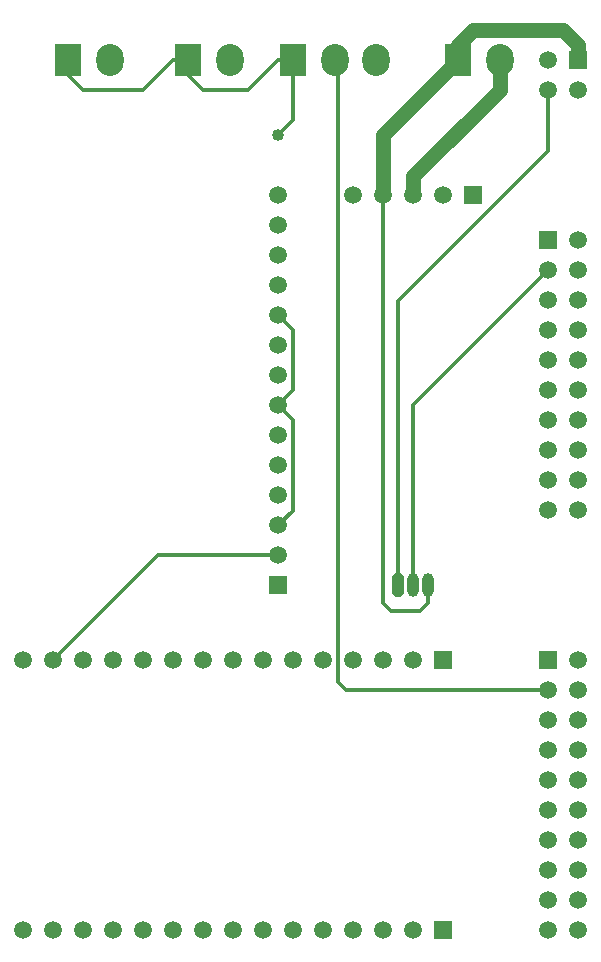
<source format=gbr>
G04 DipTrace 3.3.1.3*
G04 Bottom.gbr*
%MOIN*%
G04 #@! TF.FileFunction,Copper,L2,Bot*
G04 #@! TF.Part,Single*
%AMOUTLINE0*
4,1,8,
-0.019685,-0.029528,
-0.009843,-0.03937,
0.009843,-0.03937,
0.019685,-0.029528,
0.019685,0.029528,
0.009843,0.03937,
-0.009843,0.03937,
-0.019685,0.029528,
-0.019685,-0.029528,
0*%
G04 #@! TA.AperFunction,Conductor*
%ADD13C,0.05*%
%ADD14C,0.012992*%
G04 #@! TA.AperFunction,ComponentPad*
%ADD15R,0.059055X0.059055*%
%ADD16C,0.059055*%
%ADD17R,0.090551X0.106299*%
%ADD18O,0.090551X0.106299*%
%ADD19O,0.03937X0.07874*%
G04 #@! TA.AperFunction,ViaPad*
%ADD20C,0.04*%
G04 #@! TA.AperFunction,ComponentPad*
%ADD39OUTLINE0*%
%FSLAX26Y26*%
G04*
G70*
G90*
G75*
G01*
G04 Bottom*
%LPD*%
X2231495Y3393700D2*
D13*
Y3295078D1*
X1943700Y3007283D1*
Y2943700D1*
X1493700Y1743700D2*
D14*
X1093700D1*
X743700Y1393700D1*
X793700Y3393700D2*
Y3343700D1*
X843700Y3293700D1*
X1043700D1*
X1143700Y3393700D1*
X1193700D1*
X1543700D2*
Y3193700D1*
X1493700Y3143700D1*
X1843700D2*
D13*
Y2943700D1*
D14*
Y1584842D1*
X1869684Y1558857D1*
X1967716D1*
X1993700Y1584842D1*
Y1643700D1*
X1843700Y3143700D2*
D13*
X2093700Y3393700D1*
X1193700D2*
D14*
Y3343700D1*
X1243700Y3293700D1*
X1393700D1*
X1493700Y3393700D1*
X1543700D1*
X2093700D2*
D13*
Y3443700D1*
X2143700Y3493700D1*
X2443700D1*
X2493700Y3443700D1*
Y3393700D1*
X1893700Y1643700D2*
D14*
Y2592716D1*
X2393700Y3092716D1*
Y3293700D1*
X1493700Y2543700D2*
X1543700Y2493700D1*
Y2293700D1*
X1493700Y2243700D1*
X1542716Y2194684D1*
Y1892716D1*
X1493700Y1843700D1*
X2393700Y1293700D2*
X1718700D1*
X1692716Y1319684D1*
Y3394684D1*
X1681495Y3405905D1*
Y3393700D1*
X1943700Y1643700D2*
Y2243700D1*
X2393700Y2693700D1*
D20*
X1493700Y3143700D3*
X1843700D3*
D3*
D15*
X2393700Y1393700D3*
D16*
X2493700D3*
X2393700Y1293700D3*
X2493700D3*
X2393700Y1193700D3*
X2493700D3*
X2393700Y1093700D3*
X2493700D3*
X2393700Y993700D3*
X2493700D3*
X2393700Y893700D3*
X2493700D3*
X2393700Y793700D3*
X2493700D3*
X2393700Y693700D3*
X2493700D3*
X2393700Y593700D3*
X2493700D3*
X2393700Y493700D3*
X2493700D3*
D15*
X2393700Y2793700D3*
D16*
X2493700D3*
X2393700Y2693700D3*
X2493700D3*
X2393700Y2593700D3*
X2493700D3*
X2393700Y2493700D3*
X2493700D3*
X2393700Y2393700D3*
X2493700D3*
X2393700Y2293700D3*
X2493700D3*
X2393700Y2193700D3*
X2493700D3*
X2393700Y2093700D3*
X2493700D3*
X2393700Y1993700D3*
X2493700D3*
X2393700Y1893700D3*
X2493700D3*
D15*
Y3393700D3*
D16*
Y3293700D3*
X2393700Y3393700D3*
Y3293700D3*
D15*
X2143700Y2943700D3*
D16*
X2043700D3*
X1943700D3*
X1843700D3*
X1743700D3*
D17*
X2093700Y3393700D3*
D18*
X2231495D3*
D15*
X1493700Y1643700D3*
D16*
Y1743700D3*
Y1843700D3*
Y1943700D3*
Y2043700D3*
Y2143700D3*
Y2243700D3*
Y2343700D3*
Y2443700D3*
Y2543700D3*
Y2643700D3*
Y2743700D3*
Y2843700D3*
Y2943700D3*
D17*
X793700Y3393700D3*
D18*
X931495D3*
D17*
X1193700D3*
D18*
X1331495D3*
D39*
X1893700Y1643700D3*
D19*
X1943700D3*
X1993700D3*
D15*
X2043700Y493700D3*
D16*
X1943700D3*
X1843700D3*
X1743700D3*
X1643700D3*
X1543700D3*
X1443700D3*
X1343700D3*
X1243700D3*
X1143700D3*
X1043700D3*
X943700D3*
X843700D3*
X743700D3*
X643700D3*
D15*
X2043700Y1393700D3*
D16*
X1943700D3*
X1843700D3*
X1743700D3*
X1643700D3*
X1543700D3*
X1443700D3*
X1343700D3*
X1243700D3*
X1143700D3*
X1043700D3*
X943700D3*
X843700D3*
X743700D3*
X643700D3*
D17*
X1543700Y3393700D3*
D18*
X1681495D3*
X1819291D3*
M02*

</source>
